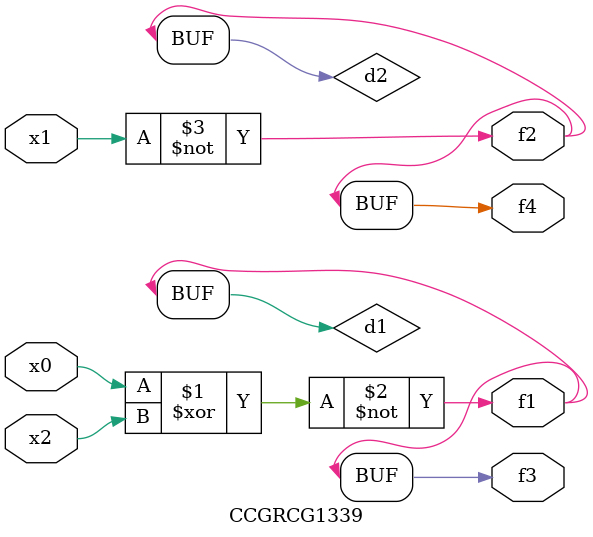
<source format=v>
module CCGRCG1339(
	input x0, x1, x2,
	output f1, f2, f3, f4
);

	wire d1, d2, d3;

	xnor (d1, x0, x2);
	nand (d2, x1);
	nor (d3, x1, x2);
	assign f1 = d1;
	assign f2 = d2;
	assign f3 = d1;
	assign f4 = d2;
endmodule

</source>
